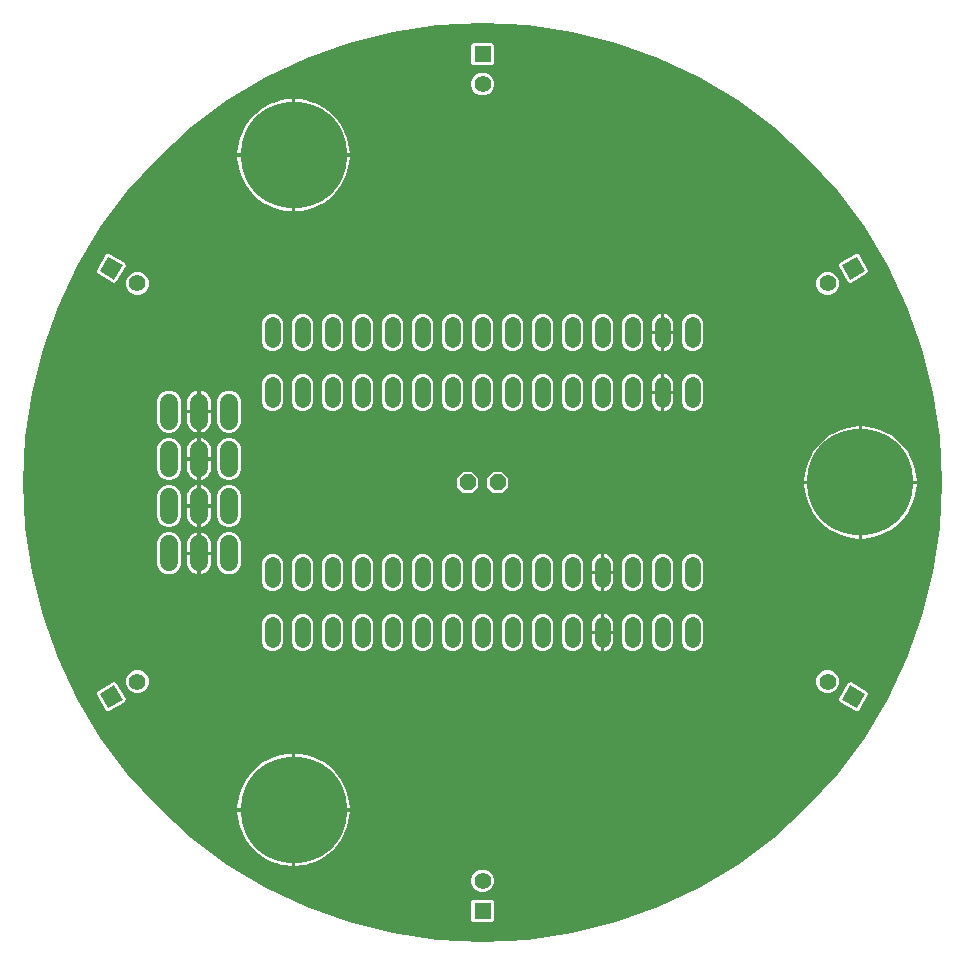
<source format=gbr>
G04 EAGLE Gerber RS-274X export*
G75*
%MOMM*%
%FSLAX34Y34*%
%LPD*%
%INBottom Copper*%
%IPPOS*%
%AMOC8*
5,1,8,0,0,1.08239X$1,22.5*%
G01*
%ADD10P,1.429621X8X22.500000*%
%ADD11C,1.320800*%
%ADD12C,1.524000*%
%ADD13R,1.408000X1.408000*%
%ADD14C,1.408000*%
%ADD15R,1.408000X1.408000*%
%ADD16C,9.000000*%
%ADD17C,0.756400*%

G36*
X538099Y112793D02*
X538099Y112793D01*
X538125Y112799D01*
X538173Y112801D01*
X575868Y118392D01*
X575893Y118400D01*
X575942Y118407D01*
X612907Y127666D01*
X612931Y127677D01*
X612979Y127688D01*
X648859Y140526D01*
X648882Y140539D01*
X648928Y140555D01*
X683376Y156848D01*
X683398Y156863D01*
X683442Y156883D01*
X716128Y176474D01*
X716148Y176491D01*
X716190Y176516D01*
X746799Y199216D01*
X746817Y199235D01*
X746856Y199264D01*
X775092Y224855D01*
X775109Y224876D01*
X775145Y224908D01*
X800736Y253144D01*
X800751Y253166D01*
X800784Y253201D01*
X823484Y283810D01*
X823496Y283833D01*
X823526Y283872D01*
X843117Y316558D01*
X843127Y316582D01*
X843152Y316624D01*
X859445Y351072D01*
X859453Y351098D01*
X859474Y351141D01*
X872312Y387021D01*
X872315Y387040D01*
X872321Y387051D01*
X872322Y387061D01*
X872334Y387093D01*
X881593Y424058D01*
X881595Y424085D01*
X881608Y424132D01*
X887199Y461827D01*
X887199Y461853D01*
X887207Y461901D01*
X889076Y499963D01*
X889073Y499989D01*
X889076Y500037D01*
X887207Y538099D01*
X887201Y538125D01*
X887199Y538173D01*
X881608Y575868D01*
X881600Y575893D01*
X881593Y575942D01*
X872334Y612907D01*
X872323Y612931D01*
X872312Y612979D01*
X859474Y648859D01*
X859461Y648882D01*
X859445Y648928D01*
X843152Y683376D01*
X843137Y683398D01*
X843117Y683442D01*
X823526Y716128D01*
X823509Y716148D01*
X823484Y716190D01*
X800784Y746799D01*
X800765Y746817D01*
X800736Y746856D01*
X775145Y775092D01*
X775124Y775109D01*
X775092Y775145D01*
X746856Y800736D01*
X746834Y800751D01*
X746799Y800784D01*
X716190Y823484D01*
X716167Y823496D01*
X716128Y823526D01*
X683442Y843117D01*
X683418Y843127D01*
X683376Y843152D01*
X648928Y859445D01*
X648902Y859453D01*
X648859Y859474D01*
X612979Y872312D01*
X612953Y872317D01*
X612907Y872334D01*
X575942Y881593D01*
X575915Y881595D01*
X575868Y881608D01*
X538173Y887199D01*
X538147Y887199D01*
X538099Y887207D01*
X500037Y889076D01*
X500011Y889073D01*
X499963Y889076D01*
X461901Y887207D01*
X461875Y887201D01*
X461827Y887199D01*
X424132Y881608D01*
X424107Y881600D01*
X424058Y881593D01*
X387093Y872334D01*
X387069Y872323D01*
X387021Y872312D01*
X351141Y859474D01*
X351118Y859461D01*
X351072Y859445D01*
X316624Y843152D01*
X316602Y843137D01*
X316558Y843117D01*
X283872Y823526D01*
X283852Y823509D01*
X283810Y823484D01*
X253201Y800784D01*
X253183Y800765D01*
X253144Y800736D01*
X224908Y775145D01*
X224891Y775124D01*
X224855Y775092D01*
X199264Y746856D01*
X199249Y746834D01*
X199216Y746799D01*
X176516Y716190D01*
X176508Y716176D01*
X176498Y716165D01*
X176491Y716150D01*
X176474Y716128D01*
X156883Y683442D01*
X156873Y683418D01*
X156848Y683376D01*
X140555Y648928D01*
X140547Y648902D01*
X140526Y648859D01*
X127688Y612979D01*
X127683Y612953D01*
X127666Y612907D01*
X118407Y575942D01*
X118405Y575915D01*
X118392Y575868D01*
X112801Y538173D01*
X112801Y538147D01*
X112793Y538099D01*
X110924Y500037D01*
X110927Y500011D01*
X110924Y499963D01*
X112793Y461901D01*
X112799Y461875D01*
X112801Y461827D01*
X118392Y424132D01*
X118400Y424107D01*
X118407Y424058D01*
X127666Y387093D01*
X127677Y387069D01*
X127688Y387021D01*
X140526Y351141D01*
X140539Y351118D01*
X140555Y351072D01*
X156848Y316624D01*
X156863Y316602D01*
X156883Y316558D01*
X176474Y283872D01*
X176491Y283852D01*
X176516Y283810D01*
X199216Y253201D01*
X199235Y253183D01*
X199264Y253144D01*
X224855Y224908D01*
X224876Y224891D01*
X224908Y224855D01*
X253144Y199264D01*
X253166Y199249D01*
X253201Y199216D01*
X283810Y176516D01*
X283830Y176505D01*
X283835Y176501D01*
X283839Y176499D01*
X283872Y176474D01*
X316558Y156883D01*
X316582Y156873D01*
X316624Y156848D01*
X351072Y140555D01*
X351098Y140547D01*
X351141Y140526D01*
X387021Y127688D01*
X387047Y127683D01*
X387093Y127666D01*
X424058Y118407D01*
X424085Y118405D01*
X424132Y118392D01*
X461827Y112801D01*
X461853Y112801D01*
X461901Y112793D01*
X499963Y110924D01*
X499989Y110927D01*
X500037Y110924D01*
X538099Y112793D01*
G37*
%LPC*%
G36*
X341523Y778623D02*
X341523Y778623D01*
X341523Y824641D01*
X342076Y824641D01*
X346211Y824279D01*
X350299Y823558D01*
X354309Y822484D01*
X358210Y821064D01*
X361973Y819309D01*
X365568Y817234D01*
X368969Y814852D01*
X372149Y812184D01*
X375084Y809249D01*
X377752Y806069D01*
X380134Y802668D01*
X382209Y799073D01*
X383964Y795310D01*
X385384Y791409D01*
X386458Y787399D01*
X387179Y783311D01*
X387541Y779176D01*
X387541Y778623D01*
X341523Y778623D01*
G37*
%LPD*%
%LPC*%
G36*
X341523Y224423D02*
X341523Y224423D01*
X341523Y270441D01*
X342076Y270441D01*
X346211Y270079D01*
X350299Y269358D01*
X354309Y268284D01*
X358210Y266864D01*
X361973Y265109D01*
X365568Y263034D01*
X368969Y260652D01*
X372149Y257984D01*
X375084Y255049D01*
X377752Y251869D01*
X380134Y248468D01*
X382209Y244873D01*
X383964Y241110D01*
X385384Y237209D01*
X386458Y233199D01*
X387179Y229111D01*
X387541Y224976D01*
X387541Y224423D01*
X341523Y224423D01*
G37*
%LPD*%
%LPC*%
G36*
X821523Y501523D02*
X821523Y501523D01*
X821523Y547541D01*
X822076Y547541D01*
X826211Y547179D01*
X830299Y546458D01*
X834309Y545384D01*
X838210Y543964D01*
X841973Y542209D01*
X845568Y540134D01*
X848969Y537752D01*
X852149Y535084D01*
X855084Y532149D01*
X857752Y528969D01*
X860134Y525568D01*
X862209Y521973D01*
X863964Y518210D01*
X865384Y514309D01*
X866458Y510299D01*
X867179Y506211D01*
X867541Y502076D01*
X867541Y501523D01*
X821523Y501523D01*
G37*
%LPD*%
%LPC*%
G36*
X821523Y452459D02*
X821523Y452459D01*
X821523Y498477D01*
X867541Y498477D01*
X867541Y497924D01*
X867179Y493789D01*
X866458Y489701D01*
X865384Y485691D01*
X863964Y481790D01*
X862209Y478027D01*
X860134Y474432D01*
X857752Y471031D01*
X855084Y467851D01*
X852149Y464916D01*
X848969Y462248D01*
X845568Y459866D01*
X841973Y457791D01*
X838210Y456036D01*
X834309Y454616D01*
X830299Y453542D01*
X826211Y452821D01*
X822076Y452459D01*
X821523Y452459D01*
G37*
%LPD*%
%LPC*%
G36*
X292459Y778623D02*
X292459Y778623D01*
X292459Y779176D01*
X292821Y783311D01*
X293542Y787399D01*
X294616Y791409D01*
X296036Y795310D01*
X297791Y799073D01*
X299866Y802668D01*
X302248Y806069D01*
X304916Y809249D01*
X307851Y812184D01*
X311031Y814852D01*
X314432Y817234D01*
X318027Y819309D01*
X321790Y821064D01*
X325691Y822484D01*
X329701Y823558D01*
X333789Y824279D01*
X337924Y824641D01*
X338477Y824641D01*
X338477Y778623D01*
X292459Y778623D01*
G37*
%LPD*%
%LPC*%
G36*
X341523Y729559D02*
X341523Y729559D01*
X341523Y775577D01*
X387541Y775577D01*
X387541Y775024D01*
X387179Y770889D01*
X386458Y766801D01*
X385384Y762791D01*
X383964Y758890D01*
X382209Y755127D01*
X380134Y751532D01*
X377752Y748131D01*
X375084Y744951D01*
X372149Y742016D01*
X368969Y739348D01*
X365568Y736966D01*
X361973Y734891D01*
X358210Y733136D01*
X354309Y731716D01*
X350299Y730642D01*
X346211Y729921D01*
X342076Y729559D01*
X341523Y729559D01*
G37*
%LPD*%
%LPC*%
G36*
X292459Y224423D02*
X292459Y224423D01*
X292459Y224976D01*
X292821Y229111D01*
X293542Y233199D01*
X294616Y237209D01*
X296036Y241110D01*
X297791Y244873D01*
X299866Y248468D01*
X302248Y251869D01*
X304916Y255049D01*
X307851Y257984D01*
X311031Y260652D01*
X314432Y263034D01*
X318027Y265109D01*
X321790Y266864D01*
X325691Y268284D01*
X329701Y269358D01*
X333789Y270079D01*
X337924Y270441D01*
X338477Y270441D01*
X338477Y224423D01*
X292459Y224423D01*
G37*
%LPD*%
%LPC*%
G36*
X341523Y175359D02*
X341523Y175359D01*
X341523Y221377D01*
X387541Y221377D01*
X387541Y220824D01*
X387179Y216689D01*
X386458Y212601D01*
X385384Y208591D01*
X383964Y204690D01*
X382209Y200927D01*
X380134Y197332D01*
X377752Y193931D01*
X375084Y190751D01*
X372149Y187816D01*
X368969Y185148D01*
X365568Y182766D01*
X361973Y180691D01*
X358210Y178936D01*
X354309Y177516D01*
X350299Y176442D01*
X346211Y175721D01*
X342076Y175359D01*
X341523Y175359D01*
G37*
%LPD*%
%LPC*%
G36*
X772459Y501523D02*
X772459Y501523D01*
X772459Y502076D01*
X772821Y506211D01*
X773542Y510299D01*
X774616Y514309D01*
X776036Y518210D01*
X777791Y521973D01*
X779866Y525568D01*
X782248Y528969D01*
X784916Y532149D01*
X787851Y535084D01*
X791031Y537752D01*
X794432Y540134D01*
X798027Y542209D01*
X801790Y543964D01*
X805691Y545384D01*
X809701Y546458D01*
X813789Y547179D01*
X817924Y547541D01*
X818477Y547541D01*
X818477Y501523D01*
X772459Y501523D01*
G37*
%LPD*%
%LPC*%
G36*
X337924Y175359D02*
X337924Y175359D01*
X333789Y175721D01*
X329701Y176442D01*
X325691Y177516D01*
X321790Y178936D01*
X318027Y180691D01*
X314432Y182766D01*
X311031Y185148D01*
X307851Y187816D01*
X304916Y190751D01*
X302248Y193931D01*
X299866Y197332D01*
X297791Y200927D01*
X296036Y204690D01*
X294616Y208591D01*
X293542Y212601D01*
X292821Y216689D01*
X292459Y220824D01*
X292459Y221377D01*
X338477Y221377D01*
X338477Y175359D01*
X337924Y175359D01*
G37*
%LPD*%
%LPC*%
G36*
X337924Y729559D02*
X337924Y729559D01*
X333789Y729921D01*
X329701Y730642D01*
X325691Y731716D01*
X321790Y733136D01*
X318027Y734891D01*
X314432Y736966D01*
X311031Y739348D01*
X307851Y742016D01*
X304916Y744951D01*
X302248Y748131D01*
X299866Y751532D01*
X297791Y755127D01*
X296036Y758890D01*
X294616Y762791D01*
X293542Y766801D01*
X292821Y770889D01*
X292459Y775024D01*
X292459Y775577D01*
X338477Y775577D01*
X338477Y729559D01*
X337924Y729559D01*
G37*
%LPD*%
%LPC*%
G36*
X817924Y452459D02*
X817924Y452459D01*
X813789Y452821D01*
X809701Y453542D01*
X805691Y454616D01*
X801790Y456036D01*
X798027Y457791D01*
X794432Y459866D01*
X791031Y462248D01*
X787851Y464916D01*
X784916Y467851D01*
X782248Y471031D01*
X779866Y474432D01*
X777791Y478027D01*
X776036Y481790D01*
X774616Y485691D01*
X773542Y489701D01*
X772821Y493789D01*
X772459Y497924D01*
X772459Y498477D01*
X818477Y498477D01*
X818477Y452459D01*
X817924Y452459D01*
G37*
%LPD*%
%LPC*%
G36*
X283379Y542219D02*
X283379Y542219D01*
X279644Y543766D01*
X276786Y546624D01*
X275239Y550359D01*
X275239Y569641D01*
X276786Y573376D01*
X279644Y576234D01*
X283379Y577781D01*
X287421Y577781D01*
X291156Y576234D01*
X294014Y573376D01*
X295561Y569641D01*
X295561Y550359D01*
X294014Y546624D01*
X291156Y543766D01*
X287421Y542219D01*
X283379Y542219D01*
G37*
%LPD*%
%LPC*%
G36*
X232579Y542219D02*
X232579Y542219D01*
X228844Y543766D01*
X225986Y546624D01*
X224439Y550359D01*
X224439Y569641D01*
X225986Y573376D01*
X228844Y576234D01*
X232579Y577781D01*
X236621Y577781D01*
X240356Y576234D01*
X243214Y573376D01*
X244761Y569641D01*
X244761Y550359D01*
X243214Y546624D01*
X240356Y543766D01*
X236621Y542219D01*
X232579Y542219D01*
G37*
%LPD*%
%LPC*%
G36*
X283379Y502219D02*
X283379Y502219D01*
X279644Y503766D01*
X276786Y506624D01*
X275239Y510359D01*
X275239Y529641D01*
X276786Y533376D01*
X279644Y536234D01*
X283379Y537781D01*
X287421Y537781D01*
X291156Y536234D01*
X294014Y533376D01*
X295561Y529641D01*
X295561Y510359D01*
X294014Y506624D01*
X291156Y503766D01*
X287421Y502219D01*
X283379Y502219D01*
G37*
%LPD*%
%LPC*%
G36*
X232579Y502219D02*
X232579Y502219D01*
X228844Y503766D01*
X225986Y506624D01*
X224439Y510359D01*
X224439Y529641D01*
X225986Y533376D01*
X228844Y536234D01*
X232579Y537781D01*
X236621Y537781D01*
X240356Y536234D01*
X243214Y533376D01*
X244761Y529641D01*
X244761Y510359D01*
X243214Y506624D01*
X240356Y503766D01*
X236621Y502219D01*
X232579Y502219D01*
G37*
%LPD*%
%LPC*%
G36*
X232579Y422219D02*
X232579Y422219D01*
X228844Y423766D01*
X225986Y426624D01*
X224439Y430359D01*
X224439Y449641D01*
X225986Y453376D01*
X228844Y456234D01*
X232579Y457781D01*
X236621Y457781D01*
X240356Y456234D01*
X243214Y453376D01*
X244761Y449641D01*
X244761Y430359D01*
X243214Y426624D01*
X240356Y423766D01*
X236621Y422219D01*
X232579Y422219D01*
G37*
%LPD*%
%LPC*%
G36*
X283379Y422219D02*
X283379Y422219D01*
X279644Y423766D01*
X276786Y426624D01*
X275239Y430359D01*
X275239Y449641D01*
X276786Y453376D01*
X279644Y456234D01*
X283379Y457781D01*
X287421Y457781D01*
X291156Y456234D01*
X294014Y453376D01*
X295561Y449641D01*
X295561Y430359D01*
X294014Y426624D01*
X291156Y423766D01*
X287421Y422219D01*
X283379Y422219D01*
G37*
%LPD*%
%LPC*%
G36*
X232579Y462219D02*
X232579Y462219D01*
X228844Y463766D01*
X225986Y466624D01*
X224439Y470359D01*
X224439Y489641D01*
X225986Y493376D01*
X228844Y496234D01*
X232579Y497781D01*
X236621Y497781D01*
X240356Y496234D01*
X243214Y493376D01*
X244761Y489641D01*
X244761Y470359D01*
X243214Y466624D01*
X240356Y463766D01*
X236621Y462219D01*
X232579Y462219D01*
G37*
%LPD*%
%LPC*%
G36*
X283379Y462219D02*
X283379Y462219D01*
X279644Y463766D01*
X276786Y466624D01*
X275239Y470359D01*
X275239Y489641D01*
X276786Y493376D01*
X279644Y496234D01*
X283379Y497781D01*
X287421Y497781D01*
X291156Y496234D01*
X294014Y493376D01*
X295561Y489641D01*
X295561Y470359D01*
X294014Y466624D01*
X291156Y463766D01*
X287421Y462219D01*
X283379Y462219D01*
G37*
%LPD*%
%LPC*%
G36*
X447381Y611251D02*
X447381Y611251D01*
X444020Y612643D01*
X441447Y615216D01*
X440055Y618577D01*
X440055Y635423D01*
X441447Y638784D01*
X444020Y641357D01*
X447381Y642749D01*
X451019Y642749D01*
X454380Y641357D01*
X456953Y638784D01*
X458345Y635423D01*
X458345Y618577D01*
X456953Y615216D01*
X454380Y612643D01*
X451019Y611251D01*
X447381Y611251D01*
G37*
%LPD*%
%LPC*%
G36*
X421981Y611251D02*
X421981Y611251D01*
X418620Y612643D01*
X416047Y615216D01*
X414655Y618577D01*
X414655Y635423D01*
X416047Y638784D01*
X418620Y641357D01*
X421981Y642749D01*
X425619Y642749D01*
X428980Y641357D01*
X431553Y638784D01*
X432945Y635423D01*
X432945Y618577D01*
X431553Y615216D01*
X428980Y612643D01*
X425619Y611251D01*
X421981Y611251D01*
G37*
%LPD*%
%LPC*%
G36*
X396581Y611251D02*
X396581Y611251D01*
X393220Y612643D01*
X390647Y615216D01*
X389255Y618577D01*
X389255Y635423D01*
X390647Y638784D01*
X393220Y641357D01*
X396581Y642749D01*
X400219Y642749D01*
X403580Y641357D01*
X406153Y638784D01*
X407545Y635423D01*
X407545Y618577D01*
X406153Y615216D01*
X403580Y612643D01*
X400219Y611251D01*
X396581Y611251D01*
G37*
%LPD*%
%LPC*%
G36*
X371181Y611251D02*
X371181Y611251D01*
X367820Y612643D01*
X365247Y615216D01*
X363855Y618577D01*
X363855Y635423D01*
X365247Y638784D01*
X367820Y641357D01*
X371181Y642749D01*
X374819Y642749D01*
X378180Y641357D01*
X380753Y638784D01*
X382145Y635423D01*
X382145Y618577D01*
X380753Y615216D01*
X378180Y612643D01*
X374819Y611251D01*
X371181Y611251D01*
G37*
%LPD*%
%LPC*%
G36*
X345781Y611251D02*
X345781Y611251D01*
X342420Y612643D01*
X339847Y615216D01*
X338455Y618577D01*
X338455Y635423D01*
X339847Y638784D01*
X342420Y641357D01*
X345781Y642749D01*
X349419Y642749D01*
X352780Y641357D01*
X355353Y638784D01*
X356745Y635423D01*
X356745Y618577D01*
X355353Y615216D01*
X352780Y612643D01*
X349419Y611251D01*
X345781Y611251D01*
G37*
%LPD*%
%LPC*%
G36*
X320381Y611251D02*
X320381Y611251D01*
X317020Y612643D01*
X314447Y615216D01*
X313055Y618577D01*
X313055Y635423D01*
X314447Y638784D01*
X317020Y641357D01*
X320381Y642749D01*
X324019Y642749D01*
X327380Y641357D01*
X329953Y638784D01*
X331345Y635423D01*
X331345Y618577D01*
X329953Y615216D01*
X327380Y612643D01*
X324019Y611251D01*
X320381Y611251D01*
G37*
%LPD*%
%LPC*%
G36*
X421981Y357251D02*
X421981Y357251D01*
X418620Y358643D01*
X416047Y361216D01*
X414655Y364577D01*
X414655Y381423D01*
X416047Y384784D01*
X418620Y387357D01*
X421981Y388749D01*
X425619Y388749D01*
X428980Y387357D01*
X431553Y384784D01*
X432945Y381423D01*
X432945Y364577D01*
X431553Y361216D01*
X428980Y358643D01*
X425619Y357251D01*
X421981Y357251D01*
G37*
%LPD*%
%LPC*%
G36*
X371181Y408051D02*
X371181Y408051D01*
X367820Y409443D01*
X365247Y412016D01*
X363855Y415377D01*
X363855Y432223D01*
X365247Y435584D01*
X367820Y438157D01*
X371181Y439549D01*
X374819Y439549D01*
X378180Y438157D01*
X380753Y435584D01*
X382145Y432223D01*
X382145Y415377D01*
X380753Y412016D01*
X378180Y409443D01*
X374819Y408051D01*
X371181Y408051D01*
G37*
%LPD*%
%LPC*%
G36*
X396581Y408051D02*
X396581Y408051D01*
X393220Y409443D01*
X390647Y412016D01*
X389255Y415377D01*
X389255Y432223D01*
X390647Y435584D01*
X393220Y438157D01*
X396581Y439549D01*
X400219Y439549D01*
X403580Y438157D01*
X406153Y435584D01*
X407545Y432223D01*
X407545Y415377D01*
X406153Y412016D01*
X403580Y409443D01*
X400219Y408051D01*
X396581Y408051D01*
G37*
%LPD*%
%LPC*%
G36*
X447381Y408051D02*
X447381Y408051D01*
X444020Y409443D01*
X441447Y412016D01*
X440055Y415377D01*
X440055Y432223D01*
X441447Y435584D01*
X444020Y438157D01*
X447381Y439549D01*
X451019Y439549D01*
X454380Y438157D01*
X456953Y435584D01*
X458345Y432223D01*
X458345Y415377D01*
X456953Y412016D01*
X454380Y409443D01*
X451019Y408051D01*
X447381Y408051D01*
G37*
%LPD*%
%LPC*%
G36*
X675981Y560451D02*
X675981Y560451D01*
X672620Y561843D01*
X670047Y564416D01*
X668655Y567777D01*
X668655Y584623D01*
X670047Y587984D01*
X672620Y590557D01*
X675981Y591949D01*
X679619Y591949D01*
X682980Y590557D01*
X685553Y587984D01*
X686945Y584623D01*
X686945Y567777D01*
X685553Y564416D01*
X682980Y561843D01*
X679619Y560451D01*
X675981Y560451D01*
G37*
%LPD*%
%LPC*%
G36*
X625181Y560451D02*
X625181Y560451D01*
X621820Y561843D01*
X619247Y564416D01*
X617855Y567777D01*
X617855Y584623D01*
X619247Y587984D01*
X621820Y590557D01*
X625181Y591949D01*
X628819Y591949D01*
X632180Y590557D01*
X634753Y587984D01*
X636145Y584623D01*
X636145Y567777D01*
X634753Y564416D01*
X632180Y561843D01*
X628819Y560451D01*
X625181Y560451D01*
G37*
%LPD*%
%LPC*%
G36*
X599781Y560451D02*
X599781Y560451D01*
X596420Y561843D01*
X593847Y564416D01*
X592455Y567777D01*
X592455Y584623D01*
X593847Y587984D01*
X596420Y590557D01*
X599781Y591949D01*
X603419Y591949D01*
X606780Y590557D01*
X609353Y587984D01*
X610745Y584623D01*
X610745Y567777D01*
X609353Y564416D01*
X606780Y561843D01*
X603419Y560451D01*
X599781Y560451D01*
G37*
%LPD*%
%LPC*%
G36*
X574381Y560451D02*
X574381Y560451D01*
X571020Y561843D01*
X568447Y564416D01*
X567055Y567777D01*
X567055Y584623D01*
X568447Y587984D01*
X571020Y590557D01*
X574381Y591949D01*
X578019Y591949D01*
X581380Y590557D01*
X583953Y587984D01*
X585345Y584623D01*
X585345Y567777D01*
X583953Y564416D01*
X581380Y561843D01*
X578019Y560451D01*
X574381Y560451D01*
G37*
%LPD*%
%LPC*%
G36*
X548981Y560451D02*
X548981Y560451D01*
X545620Y561843D01*
X543047Y564416D01*
X541655Y567777D01*
X541655Y584623D01*
X543047Y587984D01*
X545620Y590557D01*
X548981Y591949D01*
X552619Y591949D01*
X555980Y590557D01*
X558553Y587984D01*
X559945Y584623D01*
X559945Y567777D01*
X558553Y564416D01*
X555980Y561843D01*
X552619Y560451D01*
X548981Y560451D01*
G37*
%LPD*%
%LPC*%
G36*
X523581Y560451D02*
X523581Y560451D01*
X520220Y561843D01*
X517647Y564416D01*
X516255Y567777D01*
X516255Y584623D01*
X517647Y587984D01*
X520220Y590557D01*
X523581Y591949D01*
X527219Y591949D01*
X530580Y590557D01*
X533153Y587984D01*
X534545Y584623D01*
X534545Y567777D01*
X533153Y564416D01*
X530580Y561843D01*
X527219Y560451D01*
X523581Y560451D01*
G37*
%LPD*%
%LPC*%
G36*
X498181Y560451D02*
X498181Y560451D01*
X494820Y561843D01*
X492247Y564416D01*
X490855Y567777D01*
X490855Y584623D01*
X492247Y587984D01*
X494820Y590557D01*
X498181Y591949D01*
X501819Y591949D01*
X505180Y590557D01*
X507753Y587984D01*
X509145Y584623D01*
X509145Y567777D01*
X507753Y564416D01*
X505180Y561843D01*
X501819Y560451D01*
X498181Y560451D01*
G37*
%LPD*%
%LPC*%
G36*
X345781Y357251D02*
X345781Y357251D01*
X342420Y358643D01*
X339847Y361216D01*
X338455Y364577D01*
X338455Y381423D01*
X339847Y384784D01*
X342420Y387357D01*
X345781Y388749D01*
X349419Y388749D01*
X352780Y387357D01*
X355353Y384784D01*
X356745Y381423D01*
X356745Y364577D01*
X355353Y361216D01*
X352780Y358643D01*
X349419Y357251D01*
X345781Y357251D01*
G37*
%LPD*%
%LPC*%
G36*
X447381Y560451D02*
X447381Y560451D01*
X444020Y561843D01*
X441447Y564416D01*
X440055Y567777D01*
X440055Y584623D01*
X441447Y587984D01*
X444020Y590557D01*
X447381Y591949D01*
X451019Y591949D01*
X454380Y590557D01*
X456953Y587984D01*
X458345Y584623D01*
X458345Y567777D01*
X456953Y564416D01*
X454380Y561843D01*
X451019Y560451D01*
X447381Y560451D01*
G37*
%LPD*%
%LPC*%
G36*
X421981Y560451D02*
X421981Y560451D01*
X418620Y561843D01*
X416047Y564416D01*
X414655Y567777D01*
X414655Y584623D01*
X416047Y587984D01*
X418620Y590557D01*
X421981Y591949D01*
X425619Y591949D01*
X428980Y590557D01*
X431553Y587984D01*
X432945Y584623D01*
X432945Y567777D01*
X431553Y564416D01*
X428980Y561843D01*
X425619Y560451D01*
X421981Y560451D01*
G37*
%LPD*%
%LPC*%
G36*
X396581Y560451D02*
X396581Y560451D01*
X393220Y561843D01*
X390647Y564416D01*
X389255Y567777D01*
X389255Y584623D01*
X390647Y587984D01*
X393220Y590557D01*
X396581Y591949D01*
X400219Y591949D01*
X403580Y590557D01*
X406153Y587984D01*
X407545Y584623D01*
X407545Y567777D01*
X406153Y564416D01*
X403580Y561843D01*
X400219Y560451D01*
X396581Y560451D01*
G37*
%LPD*%
%LPC*%
G36*
X371181Y560451D02*
X371181Y560451D01*
X367820Y561843D01*
X365247Y564416D01*
X363855Y567777D01*
X363855Y584623D01*
X365247Y587984D01*
X367820Y590557D01*
X371181Y591949D01*
X374819Y591949D01*
X378180Y590557D01*
X380753Y587984D01*
X382145Y584623D01*
X382145Y567777D01*
X380753Y564416D01*
X378180Y561843D01*
X374819Y560451D01*
X371181Y560451D01*
G37*
%LPD*%
%LPC*%
G36*
X345781Y560451D02*
X345781Y560451D01*
X342420Y561843D01*
X339847Y564416D01*
X338455Y567777D01*
X338455Y584623D01*
X339847Y587984D01*
X342420Y590557D01*
X345781Y591949D01*
X349419Y591949D01*
X352780Y590557D01*
X355353Y587984D01*
X356745Y584623D01*
X356745Y567777D01*
X355353Y564416D01*
X352780Y561843D01*
X349419Y560451D01*
X345781Y560451D01*
G37*
%LPD*%
%LPC*%
G36*
X320381Y560451D02*
X320381Y560451D01*
X317020Y561843D01*
X314447Y564416D01*
X313055Y567777D01*
X313055Y584623D01*
X314447Y587984D01*
X317020Y590557D01*
X320381Y591949D01*
X324019Y591949D01*
X327380Y590557D01*
X329953Y587984D01*
X331345Y584623D01*
X331345Y567777D01*
X329953Y564416D01*
X327380Y561843D01*
X324019Y560451D01*
X320381Y560451D01*
G37*
%LPD*%
%LPC*%
G36*
X472781Y408051D02*
X472781Y408051D01*
X469420Y409443D01*
X466847Y412016D01*
X465455Y415377D01*
X465455Y432223D01*
X466847Y435584D01*
X469420Y438157D01*
X472781Y439549D01*
X476419Y439549D01*
X479780Y438157D01*
X482353Y435584D01*
X483745Y432223D01*
X483745Y415377D01*
X482353Y412016D01*
X479780Y409443D01*
X476419Y408051D01*
X472781Y408051D01*
G37*
%LPD*%
%LPC*%
G36*
X498181Y408051D02*
X498181Y408051D01*
X494820Y409443D01*
X492247Y412016D01*
X490855Y415377D01*
X490855Y432223D01*
X492247Y435584D01*
X494820Y438157D01*
X498181Y439549D01*
X501819Y439549D01*
X505180Y438157D01*
X507753Y435584D01*
X509145Y432223D01*
X509145Y415377D01*
X507753Y412016D01*
X505180Y409443D01*
X501819Y408051D01*
X498181Y408051D01*
G37*
%LPD*%
%LPC*%
G36*
X472781Y560451D02*
X472781Y560451D01*
X469420Y561843D01*
X466847Y564416D01*
X465455Y567777D01*
X465455Y584623D01*
X466847Y587984D01*
X469420Y590557D01*
X472781Y591949D01*
X476419Y591949D01*
X479780Y590557D01*
X482353Y587984D01*
X483745Y584623D01*
X483745Y567777D01*
X482353Y564416D01*
X479780Y561843D01*
X476419Y560451D01*
X472781Y560451D01*
G37*
%LPD*%
%LPC*%
G36*
X650581Y357251D02*
X650581Y357251D01*
X647220Y358643D01*
X644647Y361216D01*
X643255Y364577D01*
X643255Y381423D01*
X644647Y384784D01*
X647220Y387357D01*
X650581Y388749D01*
X654219Y388749D01*
X657580Y387357D01*
X660153Y384784D01*
X661545Y381423D01*
X661545Y364577D01*
X660153Y361216D01*
X657580Y358643D01*
X654219Y357251D01*
X650581Y357251D01*
G37*
%LPD*%
%LPC*%
G36*
X523581Y408051D02*
X523581Y408051D01*
X520220Y409443D01*
X517647Y412016D01*
X516255Y415377D01*
X516255Y432223D01*
X517647Y435584D01*
X520220Y438157D01*
X523581Y439549D01*
X527219Y439549D01*
X530580Y438157D01*
X533153Y435584D01*
X534545Y432223D01*
X534545Y415377D01*
X533153Y412016D01*
X530580Y409443D01*
X527219Y408051D01*
X523581Y408051D01*
G37*
%LPD*%
%LPC*%
G36*
X548981Y408051D02*
X548981Y408051D01*
X545620Y409443D01*
X543047Y412016D01*
X541655Y415377D01*
X541655Y432223D01*
X543047Y435584D01*
X545620Y438157D01*
X548981Y439549D01*
X552619Y439549D01*
X555980Y438157D01*
X558553Y435584D01*
X559945Y432223D01*
X559945Y415377D01*
X558553Y412016D01*
X555980Y409443D01*
X552619Y408051D01*
X548981Y408051D01*
G37*
%LPD*%
%LPC*%
G36*
X345781Y408051D02*
X345781Y408051D01*
X342420Y409443D01*
X339847Y412016D01*
X338455Y415377D01*
X338455Y432223D01*
X339847Y435584D01*
X342420Y438157D01*
X345781Y439549D01*
X349419Y439549D01*
X352780Y438157D01*
X355353Y435584D01*
X356745Y432223D01*
X356745Y415377D01*
X355353Y412016D01*
X352780Y409443D01*
X349419Y408051D01*
X345781Y408051D01*
G37*
%LPD*%
%LPC*%
G36*
X574381Y408051D02*
X574381Y408051D01*
X571020Y409443D01*
X568447Y412016D01*
X567055Y415377D01*
X567055Y432223D01*
X568447Y435584D01*
X571020Y438157D01*
X574381Y439549D01*
X578019Y439549D01*
X581380Y438157D01*
X583953Y435584D01*
X585345Y432223D01*
X585345Y415377D01*
X583953Y412016D01*
X581380Y409443D01*
X578019Y408051D01*
X574381Y408051D01*
G37*
%LPD*%
%LPC*%
G36*
X625181Y408051D02*
X625181Y408051D01*
X621820Y409443D01*
X619247Y412016D01*
X617855Y415377D01*
X617855Y432223D01*
X619247Y435584D01*
X621820Y438157D01*
X625181Y439549D01*
X628819Y439549D01*
X632180Y438157D01*
X634753Y435584D01*
X636145Y432223D01*
X636145Y415377D01*
X634753Y412016D01*
X632180Y409443D01*
X628819Y408051D01*
X625181Y408051D01*
G37*
%LPD*%
%LPC*%
G36*
X650581Y408051D02*
X650581Y408051D01*
X647220Y409443D01*
X644647Y412016D01*
X643255Y415377D01*
X643255Y432223D01*
X644647Y435584D01*
X647220Y438157D01*
X650581Y439549D01*
X654219Y439549D01*
X657580Y438157D01*
X660153Y435584D01*
X661545Y432223D01*
X661545Y415377D01*
X660153Y412016D01*
X657580Y409443D01*
X654219Y408051D01*
X650581Y408051D01*
G37*
%LPD*%
%LPC*%
G36*
X675981Y408051D02*
X675981Y408051D01*
X672620Y409443D01*
X670047Y412016D01*
X668655Y415377D01*
X668655Y432223D01*
X670047Y435584D01*
X672620Y438157D01*
X675981Y439549D01*
X679619Y439549D01*
X682980Y438157D01*
X685553Y435584D01*
X686945Y432223D01*
X686945Y415377D01*
X685553Y412016D01*
X682980Y409443D01*
X679619Y408051D01*
X675981Y408051D01*
G37*
%LPD*%
%LPC*%
G36*
X320381Y408051D02*
X320381Y408051D01*
X317020Y409443D01*
X314447Y412016D01*
X313055Y415377D01*
X313055Y432223D01*
X314447Y435584D01*
X317020Y438157D01*
X320381Y439549D01*
X324019Y439549D01*
X327380Y438157D01*
X329953Y435584D01*
X331345Y432223D01*
X331345Y415377D01*
X329953Y412016D01*
X327380Y409443D01*
X324019Y408051D01*
X320381Y408051D01*
G37*
%LPD*%
%LPC*%
G36*
X675981Y357251D02*
X675981Y357251D01*
X672620Y358643D01*
X670047Y361216D01*
X668655Y364577D01*
X668655Y381423D01*
X670047Y384784D01*
X672620Y387357D01*
X675981Y388749D01*
X679619Y388749D01*
X682980Y387357D01*
X685553Y384784D01*
X686945Y381423D01*
X686945Y364577D01*
X685553Y361216D01*
X682980Y358643D01*
X679619Y357251D01*
X675981Y357251D01*
G37*
%LPD*%
%LPC*%
G36*
X320381Y357251D02*
X320381Y357251D01*
X317020Y358643D01*
X314447Y361216D01*
X313055Y364577D01*
X313055Y381423D01*
X314447Y384784D01*
X317020Y387357D01*
X320381Y388749D01*
X324019Y388749D01*
X327380Y387357D01*
X329953Y384784D01*
X331345Y381423D01*
X331345Y364577D01*
X329953Y361216D01*
X327380Y358643D01*
X324019Y357251D01*
X320381Y357251D01*
G37*
%LPD*%
%LPC*%
G36*
X371181Y357251D02*
X371181Y357251D01*
X367820Y358643D01*
X365247Y361216D01*
X363855Y364577D01*
X363855Y381423D01*
X365247Y384784D01*
X367820Y387357D01*
X371181Y388749D01*
X374819Y388749D01*
X378180Y387357D01*
X380753Y384784D01*
X382145Y381423D01*
X382145Y364577D01*
X380753Y361216D01*
X378180Y358643D01*
X374819Y357251D01*
X371181Y357251D01*
G37*
%LPD*%
%LPC*%
G36*
X396581Y357251D02*
X396581Y357251D01*
X393220Y358643D01*
X390647Y361216D01*
X389255Y364577D01*
X389255Y381423D01*
X390647Y384784D01*
X393220Y387357D01*
X396581Y388749D01*
X400219Y388749D01*
X403580Y387357D01*
X406153Y384784D01*
X407545Y381423D01*
X407545Y364577D01*
X406153Y361216D01*
X403580Y358643D01*
X400219Y357251D01*
X396581Y357251D01*
G37*
%LPD*%
%LPC*%
G36*
X675981Y611251D02*
X675981Y611251D01*
X672620Y612643D01*
X670047Y615216D01*
X668655Y618577D01*
X668655Y635423D01*
X670047Y638784D01*
X672620Y641357D01*
X675981Y642749D01*
X679619Y642749D01*
X682980Y641357D01*
X685553Y638784D01*
X686945Y635423D01*
X686945Y618577D01*
X685553Y615216D01*
X682980Y612643D01*
X679619Y611251D01*
X675981Y611251D01*
G37*
%LPD*%
%LPC*%
G36*
X625181Y611251D02*
X625181Y611251D01*
X621820Y612643D01*
X619247Y615216D01*
X617855Y618577D01*
X617855Y635423D01*
X619247Y638784D01*
X621820Y641357D01*
X625181Y642749D01*
X628819Y642749D01*
X632180Y641357D01*
X634753Y638784D01*
X636145Y635423D01*
X636145Y618577D01*
X634753Y615216D01*
X632180Y612643D01*
X628819Y611251D01*
X625181Y611251D01*
G37*
%LPD*%
%LPC*%
G36*
X599781Y611251D02*
X599781Y611251D01*
X596420Y612643D01*
X593847Y615216D01*
X592455Y618577D01*
X592455Y635423D01*
X593847Y638784D01*
X596420Y641357D01*
X599781Y642749D01*
X603419Y642749D01*
X606780Y641357D01*
X609353Y638784D01*
X610745Y635423D01*
X610745Y618577D01*
X609353Y615216D01*
X606780Y612643D01*
X603419Y611251D01*
X599781Y611251D01*
G37*
%LPD*%
%LPC*%
G36*
X574381Y611251D02*
X574381Y611251D01*
X571020Y612643D01*
X568447Y615216D01*
X567055Y618577D01*
X567055Y635423D01*
X568447Y638784D01*
X571020Y641357D01*
X574381Y642749D01*
X578019Y642749D01*
X581380Y641357D01*
X583953Y638784D01*
X585345Y635423D01*
X585345Y618577D01*
X583953Y615216D01*
X581380Y612643D01*
X578019Y611251D01*
X574381Y611251D01*
G37*
%LPD*%
%LPC*%
G36*
X548981Y611251D02*
X548981Y611251D01*
X545620Y612643D01*
X543047Y615216D01*
X541655Y618577D01*
X541655Y635423D01*
X543047Y638784D01*
X545620Y641357D01*
X548981Y642749D01*
X552619Y642749D01*
X555980Y641357D01*
X558553Y638784D01*
X559945Y635423D01*
X559945Y618577D01*
X558553Y615216D01*
X555980Y612643D01*
X552619Y611251D01*
X548981Y611251D01*
G37*
%LPD*%
%LPC*%
G36*
X625181Y357251D02*
X625181Y357251D01*
X621820Y358643D01*
X619247Y361216D01*
X617855Y364577D01*
X617855Y381423D01*
X619247Y384784D01*
X621820Y387357D01*
X625181Y388749D01*
X628819Y388749D01*
X632180Y387357D01*
X634753Y384784D01*
X636145Y381423D01*
X636145Y364577D01*
X634753Y361216D01*
X632180Y358643D01*
X628819Y357251D01*
X625181Y357251D01*
G37*
%LPD*%
%LPC*%
G36*
X421981Y408051D02*
X421981Y408051D01*
X418620Y409443D01*
X416047Y412016D01*
X414655Y415377D01*
X414655Y432223D01*
X416047Y435584D01*
X418620Y438157D01*
X421981Y439549D01*
X425619Y439549D01*
X428980Y438157D01*
X431553Y435584D01*
X432945Y432223D01*
X432945Y415377D01*
X431553Y412016D01*
X428980Y409443D01*
X425619Y408051D01*
X421981Y408051D01*
G37*
%LPD*%
%LPC*%
G36*
X548981Y357251D02*
X548981Y357251D01*
X545620Y358643D01*
X543047Y361216D01*
X541655Y364577D01*
X541655Y381423D01*
X543047Y384784D01*
X545620Y387357D01*
X548981Y388749D01*
X552619Y388749D01*
X555980Y387357D01*
X558553Y384784D01*
X559945Y381423D01*
X559945Y364577D01*
X558553Y361216D01*
X555980Y358643D01*
X552619Y357251D01*
X548981Y357251D01*
G37*
%LPD*%
%LPC*%
G36*
X523581Y357251D02*
X523581Y357251D01*
X520220Y358643D01*
X517647Y361216D01*
X516255Y364577D01*
X516255Y381423D01*
X517647Y384784D01*
X520220Y387357D01*
X523581Y388749D01*
X527219Y388749D01*
X530580Y387357D01*
X533153Y384784D01*
X534545Y381423D01*
X534545Y364577D01*
X533153Y361216D01*
X530580Y358643D01*
X527219Y357251D01*
X523581Y357251D01*
G37*
%LPD*%
%LPC*%
G36*
X498181Y357251D02*
X498181Y357251D01*
X494820Y358643D01*
X492247Y361216D01*
X490855Y364577D01*
X490855Y381423D01*
X492247Y384784D01*
X494820Y387357D01*
X498181Y388749D01*
X501819Y388749D01*
X505180Y387357D01*
X507753Y384784D01*
X509145Y381423D01*
X509145Y364577D01*
X507753Y361216D01*
X505180Y358643D01*
X501819Y357251D01*
X498181Y357251D01*
G37*
%LPD*%
%LPC*%
G36*
X472781Y357251D02*
X472781Y357251D01*
X469420Y358643D01*
X466847Y361216D01*
X465455Y364577D01*
X465455Y381423D01*
X466847Y384784D01*
X469420Y387357D01*
X472781Y388749D01*
X476419Y388749D01*
X479780Y387357D01*
X482353Y384784D01*
X483745Y381423D01*
X483745Y364577D01*
X482353Y361216D01*
X479780Y358643D01*
X476419Y357251D01*
X472781Y357251D01*
G37*
%LPD*%
%LPC*%
G36*
X447381Y357251D02*
X447381Y357251D01*
X444020Y358643D01*
X441447Y361216D01*
X440055Y364577D01*
X440055Y381423D01*
X441447Y384784D01*
X444020Y387357D01*
X447381Y388749D01*
X451019Y388749D01*
X454380Y387357D01*
X456953Y384784D01*
X458345Y381423D01*
X458345Y364577D01*
X456953Y361216D01*
X454380Y358643D01*
X451019Y357251D01*
X447381Y357251D01*
G37*
%LPD*%
%LPC*%
G36*
X523581Y611251D02*
X523581Y611251D01*
X520220Y612643D01*
X517647Y615216D01*
X516255Y618577D01*
X516255Y635423D01*
X517647Y638784D01*
X520220Y641357D01*
X523581Y642749D01*
X527219Y642749D01*
X530580Y641357D01*
X533153Y638784D01*
X534545Y635423D01*
X534545Y618577D01*
X533153Y615216D01*
X530580Y612643D01*
X527219Y611251D01*
X523581Y611251D01*
G37*
%LPD*%
%LPC*%
G36*
X498181Y611251D02*
X498181Y611251D01*
X494820Y612643D01*
X492247Y615216D01*
X490855Y618577D01*
X490855Y635423D01*
X492247Y638784D01*
X494820Y641357D01*
X498181Y642749D01*
X501819Y642749D01*
X505180Y641357D01*
X507753Y638784D01*
X509145Y635423D01*
X509145Y618577D01*
X507753Y615216D01*
X505180Y612643D01*
X501819Y611251D01*
X498181Y611251D01*
G37*
%LPD*%
%LPC*%
G36*
X472781Y611251D02*
X472781Y611251D01*
X469420Y612643D01*
X466847Y615216D01*
X465455Y618577D01*
X465455Y635423D01*
X466847Y638784D01*
X469420Y641357D01*
X472781Y642749D01*
X476419Y642749D01*
X479780Y641357D01*
X482353Y638784D01*
X483745Y635423D01*
X483745Y618577D01*
X482353Y615216D01*
X479780Y612643D01*
X476419Y611251D01*
X472781Y611251D01*
G37*
%LPD*%
%LPC*%
G36*
X574381Y357251D02*
X574381Y357251D01*
X571020Y358643D01*
X568447Y361216D01*
X567055Y364577D01*
X567055Y381423D01*
X568447Y384784D01*
X571020Y387357D01*
X574381Y388749D01*
X578019Y388749D01*
X581380Y387357D01*
X583953Y384784D01*
X585345Y381423D01*
X585345Y364577D01*
X583953Y361216D01*
X581380Y358643D01*
X578019Y357251D01*
X574381Y357251D01*
G37*
%LPD*%
%LPC*%
G36*
X491908Y127719D02*
X491908Y127719D01*
X490419Y129208D01*
X490419Y145392D01*
X491908Y146881D01*
X508092Y146881D01*
X509581Y145392D01*
X509581Y129208D01*
X508092Y127719D01*
X491908Y127719D01*
G37*
%LPD*%
%LPC*%
G36*
X491908Y853119D02*
X491908Y853119D01*
X490419Y854608D01*
X490419Y870792D01*
X491908Y872281D01*
X508092Y872281D01*
X509581Y870792D01*
X509581Y854608D01*
X508092Y853119D01*
X491908Y853119D01*
G37*
%LPD*%
%LPC*%
G36*
X174003Y677099D02*
X174003Y677099D01*
X173458Y679132D01*
X181551Y693149D01*
X183584Y693693D01*
X197600Y685601D01*
X198145Y683568D01*
X190052Y669551D01*
X188019Y669007D01*
X174003Y677099D01*
G37*
%LPD*%
%LPC*%
G36*
X802300Y314399D02*
X802300Y314399D01*
X801755Y316432D01*
X809848Y330449D01*
X811881Y330993D01*
X825897Y322901D01*
X826442Y320868D01*
X818349Y306851D01*
X816316Y306307D01*
X802300Y314399D01*
G37*
%LPD*%
%LPC*%
G36*
X181551Y306851D02*
X181551Y306851D01*
X173458Y320868D01*
X174003Y322901D01*
X188019Y330993D01*
X190052Y330449D01*
X198145Y316432D01*
X197600Y314399D01*
X183584Y306307D01*
X181551Y306851D01*
G37*
%LPD*%
%LPC*%
G36*
X809848Y669551D02*
X809848Y669551D01*
X801755Y683568D01*
X802300Y685601D01*
X816316Y693693D01*
X818349Y693149D01*
X826442Y679132D01*
X825897Y677099D01*
X811881Y669007D01*
X809848Y669551D01*
G37*
%LPD*%
%LPC*%
G36*
X205893Y659069D02*
X205893Y659069D01*
X202371Y660528D01*
X199676Y663223D01*
X198218Y666744D01*
X198218Y670556D01*
X199676Y674077D01*
X202371Y676772D01*
X205893Y678231D01*
X209704Y678231D01*
X213226Y676772D01*
X215921Y674077D01*
X217379Y670556D01*
X217379Y666744D01*
X215921Y663223D01*
X213226Y660528D01*
X209704Y659069D01*
X205893Y659069D01*
G37*
%LPD*%
%LPC*%
G36*
X790196Y659069D02*
X790196Y659069D01*
X786674Y660528D01*
X783979Y663223D01*
X782521Y666744D01*
X782521Y670556D01*
X783979Y674077D01*
X786674Y676772D01*
X790196Y678231D01*
X794007Y678231D01*
X797529Y676772D01*
X800224Y674077D01*
X801682Y670556D01*
X801682Y666744D01*
X800224Y663223D01*
X797529Y660528D01*
X794007Y659069D01*
X790196Y659069D01*
G37*
%LPD*%
%LPC*%
G36*
X498094Y153119D02*
X498094Y153119D01*
X494573Y154578D01*
X491878Y157273D01*
X490419Y160794D01*
X490419Y164606D01*
X491878Y168127D01*
X494573Y170822D01*
X498094Y172281D01*
X501906Y172281D01*
X505427Y170822D01*
X508122Y168127D01*
X509581Y164606D01*
X509581Y160794D01*
X508122Y157273D01*
X505427Y154578D01*
X501906Y153119D01*
X498094Y153119D01*
G37*
%LPD*%
%LPC*%
G36*
X205893Y321769D02*
X205893Y321769D01*
X202371Y323228D01*
X199676Y325923D01*
X198218Y329444D01*
X198218Y333256D01*
X199676Y336777D01*
X202371Y339472D01*
X205893Y340931D01*
X209704Y340931D01*
X213226Y339472D01*
X215921Y336777D01*
X217379Y333256D01*
X217379Y329444D01*
X215921Y325923D01*
X213226Y323228D01*
X209704Y321769D01*
X205893Y321769D01*
G37*
%LPD*%
%LPC*%
G36*
X790196Y321769D02*
X790196Y321769D01*
X786674Y323228D01*
X783979Y325923D01*
X782521Y329444D01*
X782521Y333256D01*
X783979Y336777D01*
X786674Y339472D01*
X790196Y340931D01*
X794007Y340931D01*
X797529Y339472D01*
X800224Y336777D01*
X801682Y333256D01*
X801682Y329444D01*
X800224Y325923D01*
X797529Y323228D01*
X794007Y321769D01*
X790196Y321769D01*
G37*
%LPD*%
%LPC*%
G36*
X498094Y827719D02*
X498094Y827719D01*
X494573Y829178D01*
X491878Y831873D01*
X490419Y835394D01*
X490419Y839206D01*
X491878Y842727D01*
X494573Y845422D01*
X498094Y846881D01*
X501906Y846881D01*
X505427Y845422D01*
X508122Y842727D01*
X509581Y839206D01*
X509581Y835394D01*
X508122Y831873D01*
X505427Y829178D01*
X501906Y827719D01*
X498094Y827719D01*
G37*
%LPD*%
%LPC*%
G36*
X483512Y490855D02*
X483512Y490855D01*
X478155Y496212D01*
X478155Y503788D01*
X483512Y509145D01*
X491088Y509145D01*
X496445Y503788D01*
X496445Y496212D01*
X491088Y490855D01*
X483512Y490855D01*
G37*
%LPD*%
%LPC*%
G36*
X508912Y490855D02*
X508912Y490855D01*
X503555Y496212D01*
X503555Y503788D01*
X508912Y509145D01*
X516488Y509145D01*
X521845Y503788D01*
X521845Y496212D01*
X516488Y490855D01*
X508912Y490855D01*
G37*
%LPD*%
%LPC*%
G36*
X261523Y521523D02*
X261523Y521523D01*
X261523Y537666D01*
X262379Y537531D01*
X263900Y537036D01*
X265325Y536310D01*
X266619Y535370D01*
X267750Y534239D01*
X268690Y532945D01*
X269416Y531520D01*
X269911Y529999D01*
X270161Y528420D01*
X270161Y521523D01*
X261523Y521523D01*
G37*
%LPD*%
%LPC*%
G36*
X261523Y441523D02*
X261523Y441523D01*
X261523Y457666D01*
X262379Y457531D01*
X263900Y457036D01*
X265325Y456310D01*
X266619Y455370D01*
X267750Y454239D01*
X268690Y452945D01*
X269416Y451520D01*
X269911Y449999D01*
X270161Y448420D01*
X270161Y441523D01*
X261523Y441523D01*
G37*
%LPD*%
%LPC*%
G36*
X261523Y561523D02*
X261523Y561523D01*
X261523Y577666D01*
X262379Y577531D01*
X263900Y577036D01*
X265325Y576310D01*
X266619Y575370D01*
X267750Y574239D01*
X268690Y572945D01*
X269416Y571520D01*
X269911Y569999D01*
X270161Y568420D01*
X270161Y561523D01*
X261523Y561523D01*
G37*
%LPD*%
%LPC*%
G36*
X261523Y481523D02*
X261523Y481523D01*
X261523Y497666D01*
X262379Y497531D01*
X263900Y497036D01*
X265325Y496310D01*
X266619Y495370D01*
X267750Y494239D01*
X268690Y492945D01*
X269416Y491520D01*
X269911Y489999D01*
X270161Y488420D01*
X270161Y481523D01*
X261523Y481523D01*
G37*
%LPD*%
%LPC*%
G36*
X261523Y558477D02*
X261523Y558477D01*
X270161Y558477D01*
X270161Y551580D01*
X269911Y550001D01*
X269416Y548480D01*
X268690Y547055D01*
X267750Y545761D01*
X266619Y544630D01*
X265325Y543690D01*
X263900Y542964D01*
X262379Y542469D01*
X261523Y542334D01*
X261523Y558477D01*
G37*
%LPD*%
%LPC*%
G36*
X261523Y478477D02*
X261523Y478477D01*
X270161Y478477D01*
X270161Y471580D01*
X269911Y470001D01*
X269416Y468480D01*
X268690Y467055D01*
X267750Y465761D01*
X266619Y464630D01*
X265325Y463690D01*
X263900Y462964D01*
X262379Y462469D01*
X261523Y462334D01*
X261523Y478477D01*
G37*
%LPD*%
%LPC*%
G36*
X261523Y518477D02*
X261523Y518477D01*
X270161Y518477D01*
X270161Y511580D01*
X269911Y510001D01*
X269416Y508480D01*
X268690Y507055D01*
X267750Y505761D01*
X266619Y504630D01*
X265325Y503690D01*
X263900Y502964D01*
X262379Y502469D01*
X261523Y502334D01*
X261523Y518477D01*
G37*
%LPD*%
%LPC*%
G36*
X261523Y438477D02*
X261523Y438477D01*
X270161Y438477D01*
X270161Y431580D01*
X269911Y430001D01*
X269416Y428480D01*
X268690Y427055D01*
X267750Y425761D01*
X266619Y424630D01*
X265325Y423690D01*
X263900Y422964D01*
X262379Y422469D01*
X261523Y422334D01*
X261523Y438477D01*
G37*
%LPD*%
%LPC*%
G36*
X249839Y441523D02*
X249839Y441523D01*
X249839Y448420D01*
X250089Y449999D01*
X250584Y451520D01*
X251310Y452945D01*
X252250Y454239D01*
X253381Y455370D01*
X254675Y456310D01*
X256100Y457036D01*
X257621Y457531D01*
X258477Y457666D01*
X258477Y441523D01*
X249839Y441523D01*
G37*
%LPD*%
%LPC*%
G36*
X249839Y521523D02*
X249839Y521523D01*
X249839Y528420D01*
X250089Y529999D01*
X250584Y531520D01*
X251310Y532945D01*
X252250Y534239D01*
X253381Y535370D01*
X254675Y536310D01*
X256100Y537036D01*
X257621Y537531D01*
X258477Y537666D01*
X258477Y521523D01*
X249839Y521523D01*
G37*
%LPD*%
%LPC*%
G36*
X249839Y561523D02*
X249839Y561523D01*
X249839Y568420D01*
X250089Y569999D01*
X250584Y571520D01*
X251310Y572945D01*
X252250Y574239D01*
X253381Y575370D01*
X254675Y576310D01*
X256100Y577036D01*
X257621Y577531D01*
X258477Y577666D01*
X258477Y561523D01*
X249839Y561523D01*
G37*
%LPD*%
%LPC*%
G36*
X249839Y481523D02*
X249839Y481523D01*
X249839Y488420D01*
X250089Y489999D01*
X250584Y491520D01*
X251310Y492945D01*
X252250Y494239D01*
X253381Y495370D01*
X254675Y496310D01*
X256100Y497036D01*
X257621Y497531D01*
X258477Y497666D01*
X258477Y481523D01*
X249839Y481523D01*
G37*
%LPD*%
%LPC*%
G36*
X257621Y502469D02*
X257621Y502469D01*
X256100Y502964D01*
X254675Y503690D01*
X253381Y504630D01*
X252250Y505761D01*
X251310Y507055D01*
X250584Y508480D01*
X250089Y510001D01*
X249839Y511580D01*
X249839Y518477D01*
X258477Y518477D01*
X258477Y502334D01*
X257621Y502469D01*
G37*
%LPD*%
%LPC*%
G36*
X257621Y462469D02*
X257621Y462469D01*
X256100Y462964D01*
X254675Y463690D01*
X253381Y464630D01*
X252250Y465761D01*
X251310Y467055D01*
X250584Y468480D01*
X250089Y470001D01*
X249839Y471580D01*
X249839Y478477D01*
X258477Y478477D01*
X258477Y462334D01*
X257621Y462469D01*
G37*
%LPD*%
%LPC*%
G36*
X257621Y542469D02*
X257621Y542469D01*
X256100Y542964D01*
X254675Y543690D01*
X253381Y544630D01*
X252250Y545761D01*
X251310Y547055D01*
X250584Y548480D01*
X250089Y550001D01*
X249839Y551580D01*
X249839Y558477D01*
X258477Y558477D01*
X258477Y542334D01*
X257621Y542469D01*
G37*
%LPD*%
%LPC*%
G36*
X257621Y422469D02*
X257621Y422469D01*
X256100Y422964D01*
X254675Y423690D01*
X253381Y424630D01*
X252250Y425761D01*
X251310Y427055D01*
X250584Y428480D01*
X250089Y430001D01*
X249839Y431580D01*
X249839Y438477D01*
X258477Y438477D01*
X258477Y422334D01*
X257621Y422469D01*
G37*
%LPD*%
%LPC*%
G36*
X653923Y628523D02*
X653923Y628523D01*
X653923Y642625D01*
X655067Y642397D01*
X656732Y641708D01*
X658230Y640707D01*
X659503Y639434D01*
X660504Y637936D01*
X661193Y636271D01*
X661545Y634505D01*
X661545Y628523D01*
X653923Y628523D01*
G37*
%LPD*%
%LPC*%
G36*
X603123Y425323D02*
X603123Y425323D01*
X603123Y439425D01*
X604267Y439197D01*
X605932Y438508D01*
X607430Y437507D01*
X608703Y436234D01*
X609704Y434736D01*
X610393Y433071D01*
X610745Y431305D01*
X610745Y425323D01*
X603123Y425323D01*
G37*
%LPD*%
%LPC*%
G36*
X603123Y374523D02*
X603123Y374523D01*
X603123Y388625D01*
X604267Y388397D01*
X605932Y387708D01*
X607430Y386707D01*
X608703Y385434D01*
X609704Y383936D01*
X610393Y382271D01*
X610745Y380505D01*
X610745Y374523D01*
X603123Y374523D01*
G37*
%LPD*%
%LPC*%
G36*
X653923Y577723D02*
X653923Y577723D01*
X653923Y591825D01*
X655067Y591597D01*
X656732Y590908D01*
X658230Y589907D01*
X659503Y588634D01*
X660504Y587136D01*
X661193Y585471D01*
X661545Y583705D01*
X661545Y577723D01*
X653923Y577723D01*
G37*
%LPD*%
%LPC*%
G36*
X603123Y422277D02*
X603123Y422277D01*
X610745Y422277D01*
X610745Y416295D01*
X610393Y414529D01*
X609704Y412864D01*
X608703Y411366D01*
X607430Y410093D01*
X605932Y409092D01*
X604267Y408403D01*
X603123Y408175D01*
X603123Y422277D01*
G37*
%LPD*%
%LPC*%
G36*
X603123Y371477D02*
X603123Y371477D01*
X610745Y371477D01*
X610745Y365495D01*
X610393Y363729D01*
X609704Y362064D01*
X608703Y360566D01*
X607430Y359293D01*
X605932Y358292D01*
X604267Y357603D01*
X603123Y357375D01*
X603123Y371477D01*
G37*
%LPD*%
%LPC*%
G36*
X653923Y625477D02*
X653923Y625477D01*
X661545Y625477D01*
X661545Y619495D01*
X661193Y617729D01*
X660504Y616064D01*
X659503Y614566D01*
X658230Y613293D01*
X656732Y612292D01*
X655067Y611603D01*
X653923Y611375D01*
X653923Y625477D01*
G37*
%LPD*%
%LPC*%
G36*
X653923Y574677D02*
X653923Y574677D01*
X661545Y574677D01*
X661545Y568695D01*
X661193Y566929D01*
X660504Y565264D01*
X659503Y563766D01*
X658230Y562493D01*
X656732Y561492D01*
X655067Y560803D01*
X653923Y560575D01*
X653923Y574677D01*
G37*
%LPD*%
%LPC*%
G36*
X592455Y425323D02*
X592455Y425323D01*
X592455Y431305D01*
X592807Y433071D01*
X593496Y434736D01*
X594497Y436234D01*
X595770Y437507D01*
X597268Y438508D01*
X598933Y439197D01*
X600077Y439425D01*
X600077Y425323D01*
X592455Y425323D01*
G37*
%LPD*%
%LPC*%
G36*
X643255Y628523D02*
X643255Y628523D01*
X643255Y634505D01*
X643607Y636271D01*
X644296Y637936D01*
X645297Y639434D01*
X646570Y640707D01*
X648068Y641708D01*
X649733Y642397D01*
X650877Y642625D01*
X650877Y628523D01*
X643255Y628523D01*
G37*
%LPD*%
%LPC*%
G36*
X592455Y374523D02*
X592455Y374523D01*
X592455Y380505D01*
X592807Y382271D01*
X593496Y383936D01*
X594497Y385434D01*
X595770Y386707D01*
X597268Y387708D01*
X598933Y388397D01*
X600077Y388625D01*
X600077Y374523D01*
X592455Y374523D01*
G37*
%LPD*%
%LPC*%
G36*
X643255Y577723D02*
X643255Y577723D01*
X643255Y583705D01*
X643607Y585471D01*
X644296Y587136D01*
X645297Y588634D01*
X646570Y589907D01*
X648068Y590908D01*
X649733Y591597D01*
X650877Y591825D01*
X650877Y577723D01*
X643255Y577723D01*
G37*
%LPD*%
%LPC*%
G36*
X598933Y408403D02*
X598933Y408403D01*
X597268Y409092D01*
X595770Y410093D01*
X594497Y411366D01*
X593496Y412864D01*
X592807Y414529D01*
X592455Y416295D01*
X592455Y422277D01*
X600077Y422277D01*
X600077Y408175D01*
X598933Y408403D01*
G37*
%LPD*%
%LPC*%
G36*
X598933Y357603D02*
X598933Y357603D01*
X597268Y358292D01*
X595770Y359293D01*
X594497Y360566D01*
X593496Y362064D01*
X592807Y363729D01*
X592455Y365495D01*
X592455Y371477D01*
X600077Y371477D01*
X600077Y357375D01*
X598933Y357603D01*
G37*
%LPD*%
%LPC*%
G36*
X649733Y611603D02*
X649733Y611603D01*
X648068Y612292D01*
X646570Y613293D01*
X645297Y614566D01*
X644296Y616064D01*
X643607Y617729D01*
X643255Y619495D01*
X643255Y625477D01*
X650877Y625477D01*
X650877Y611375D01*
X649733Y611603D01*
G37*
%LPD*%
%LPC*%
G36*
X649733Y560803D02*
X649733Y560803D01*
X648068Y561492D01*
X646570Y562493D01*
X645297Y563766D01*
X644296Y565264D01*
X643607Y566929D01*
X643255Y568695D01*
X643255Y574677D01*
X650877Y574677D01*
X650877Y560575D01*
X649733Y560803D01*
G37*
%LPD*%
%LPC*%
G36*
X259999Y439999D02*
X259999Y439999D01*
X259999Y440001D01*
X260001Y440001D01*
X260001Y439999D01*
X259999Y439999D01*
G37*
%LPD*%
%LPC*%
G36*
X652399Y576199D02*
X652399Y576199D01*
X652399Y576201D01*
X652401Y576201D01*
X652401Y576199D01*
X652399Y576199D01*
G37*
%LPD*%
%LPC*%
G36*
X819999Y499999D02*
X819999Y499999D01*
X819999Y500001D01*
X820001Y500001D01*
X820001Y499999D01*
X819999Y499999D01*
G37*
%LPD*%
%LPC*%
G36*
X259999Y519999D02*
X259999Y519999D01*
X259999Y520001D01*
X260001Y520001D01*
X260001Y519999D01*
X259999Y519999D01*
G37*
%LPD*%
%LPC*%
G36*
X652399Y626999D02*
X652399Y626999D01*
X652399Y627001D01*
X652401Y627001D01*
X652401Y626999D01*
X652399Y626999D01*
G37*
%LPD*%
%LPC*%
G36*
X601599Y372999D02*
X601599Y372999D01*
X601599Y373001D01*
X601601Y373001D01*
X601601Y372999D01*
X601599Y372999D01*
G37*
%LPD*%
%LPC*%
G36*
X259999Y479999D02*
X259999Y479999D01*
X259999Y480001D01*
X260001Y480001D01*
X260001Y479999D01*
X259999Y479999D01*
G37*
%LPD*%
%LPC*%
G36*
X339999Y222899D02*
X339999Y222899D01*
X339999Y222901D01*
X340001Y222901D01*
X340001Y222899D01*
X339999Y222899D01*
G37*
%LPD*%
%LPC*%
G36*
X339999Y777099D02*
X339999Y777099D01*
X339999Y777101D01*
X340001Y777101D01*
X340001Y777099D01*
X339999Y777099D01*
G37*
%LPD*%
%LPC*%
G36*
X259999Y559999D02*
X259999Y559999D01*
X259999Y560001D01*
X260001Y560001D01*
X260001Y559999D01*
X259999Y559999D01*
G37*
%LPD*%
%LPC*%
G36*
X601599Y423799D02*
X601599Y423799D01*
X601599Y423801D01*
X601601Y423801D01*
X601601Y423799D01*
X601599Y423799D01*
G37*
%LPD*%
D10*
X487300Y500000D03*
X512700Y500000D03*
D11*
X677800Y379604D02*
X677800Y366396D01*
X652400Y366396D02*
X652400Y379604D01*
X627000Y379604D02*
X627000Y366396D01*
X601600Y366396D02*
X601600Y379604D01*
X576200Y379604D02*
X576200Y366396D01*
X550800Y366396D02*
X550800Y379604D01*
X525400Y379604D02*
X525400Y366396D01*
X500000Y366396D02*
X500000Y379604D01*
X474600Y379604D02*
X474600Y366396D01*
X449200Y366396D02*
X449200Y379604D01*
X423800Y379604D02*
X423800Y366396D01*
X398400Y366396D02*
X398400Y379604D01*
X373000Y379604D02*
X373000Y366396D01*
X347600Y366396D02*
X347600Y379604D01*
X322200Y379604D02*
X322200Y366396D01*
X322200Y620396D02*
X322200Y633604D01*
X347600Y633604D02*
X347600Y620396D01*
X373000Y620396D02*
X373000Y633604D01*
X398400Y633604D02*
X398400Y620396D01*
X423800Y620396D02*
X423800Y633604D01*
X449200Y633604D02*
X449200Y620396D01*
X474600Y620396D02*
X474600Y633604D01*
X500000Y633604D02*
X500000Y620396D01*
X525400Y620396D02*
X525400Y633604D01*
X550800Y633604D02*
X550800Y620396D01*
X576200Y620396D02*
X576200Y633604D01*
X601600Y633604D02*
X601600Y620396D01*
X627000Y620396D02*
X627000Y633604D01*
X652400Y633604D02*
X652400Y620396D01*
X677800Y620396D02*
X677800Y633604D01*
X322200Y582804D02*
X322200Y569596D01*
X347600Y569596D02*
X347600Y582804D01*
X373000Y582804D02*
X373000Y569596D01*
X398400Y569596D02*
X398400Y582804D01*
X423800Y582804D02*
X423800Y569596D01*
X449200Y569596D02*
X449200Y582804D01*
X474600Y582804D02*
X474600Y569596D01*
X500000Y569596D02*
X500000Y582804D01*
X525400Y582804D02*
X525400Y569596D01*
X550800Y569596D02*
X550800Y582804D01*
X576200Y582804D02*
X576200Y569596D01*
X601600Y569596D02*
X601600Y582804D01*
X627000Y582804D02*
X627000Y569596D01*
X652400Y569596D02*
X652400Y582804D01*
X677800Y582804D02*
X677800Y569596D01*
X677800Y430404D02*
X677800Y417196D01*
X652400Y417196D02*
X652400Y430404D01*
X627000Y430404D02*
X627000Y417196D01*
X601600Y417196D02*
X601600Y430404D01*
X576200Y430404D02*
X576200Y417196D01*
X550800Y417196D02*
X550800Y430404D01*
X525400Y430404D02*
X525400Y417196D01*
X500000Y417196D02*
X500000Y430404D01*
X474600Y430404D02*
X474600Y417196D01*
X449200Y417196D02*
X449200Y430404D01*
X423800Y430404D02*
X423800Y417196D01*
X398400Y417196D02*
X398400Y430404D01*
X373000Y430404D02*
X373000Y417196D01*
X347600Y417196D02*
X347600Y430404D01*
X322200Y430404D02*
X322200Y417196D01*
D12*
X234600Y552380D02*
X234600Y567620D01*
X260000Y567620D02*
X260000Y552380D01*
X285400Y552380D02*
X285400Y567620D01*
X234600Y527620D02*
X234600Y512380D01*
X260000Y512380D02*
X260000Y527620D01*
X285400Y527620D02*
X285400Y512380D01*
X234600Y487620D02*
X234600Y472380D01*
X260000Y472380D02*
X260000Y487620D01*
X285400Y487620D02*
X285400Y472380D01*
X234600Y447620D02*
X234600Y432380D01*
X260000Y432380D02*
X260000Y447620D01*
X285400Y447620D02*
X285400Y432380D01*
D13*
X500000Y137300D03*
D14*
X500000Y162700D03*
D15*
G36*
X188377Y328266D02*
X195417Y316074D01*
X183225Y309034D01*
X176185Y321226D01*
X188377Y328266D01*
G37*
D14*
X207799Y331350D03*
D15*
G36*
X195417Y683926D02*
X188377Y671734D01*
X176185Y678774D01*
X183225Y690966D01*
X195417Y683926D01*
G37*
D14*
X207799Y668650D03*
D13*
X500000Y862700D03*
D14*
X500000Y837300D03*
D15*
G36*
X811523Y671734D02*
X804483Y683926D01*
X816675Y690966D01*
X823715Y678774D01*
X811523Y671734D01*
G37*
D14*
X792101Y668650D03*
D15*
G36*
X804483Y316074D02*
X811523Y328266D01*
X823715Y321226D01*
X816675Y309034D01*
X804483Y316074D01*
G37*
D14*
X792101Y331350D03*
D16*
X340000Y222900D03*
X820000Y500000D03*
X340000Y777100D03*
D17*
X261620Y363220D03*
X500380Y223520D03*
X740410Y361950D03*
X737870Y637540D03*
X500380Y777240D03*
X264160Y635000D03*
X585470Y521970D03*
X622300Y520700D03*
M02*

</source>
